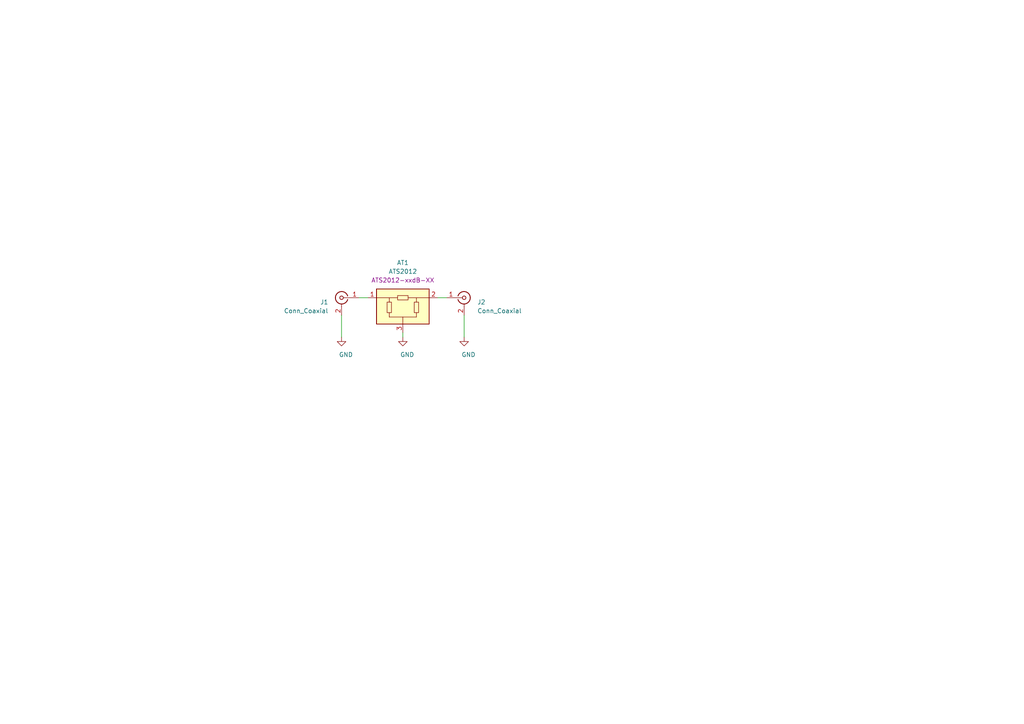
<source format=kicad_sch>
(kicad_sch (version 20201015) (generator eeschema)
  (paper "A4")
  (lib_symbols
    (symbol "Connector:Conn_Coaxial" (pin_names (offset 1.016) hide)
      (property "Reference" "J" (at 0.254 3.048 0))
      (property "Value" "Conn_Coaxial" (at 2.921 0 90))
      (symbol "Conn_Coaxial_0_1"
        (arc (start -1.778 0.508) (end 1.778 0) (radius (at -0.0508 0) (length 1.8034) (angles 163.6 0)) (stroke (width 0.254)))
        (arc (start 1.778 0) (end -1.778 -0.508) (radius (at -0.0254 0) (length 1.8034) (angles 0 -163.8)) (stroke (width 0.254)))
        (circle (center 0 0) (radius 0.508) (stroke (width 0.2032)))
        (polyline (pts (xy -2.54 0) (xy -0.508 0)))
        (polyline (pts (xy 0 -2.54) (xy 0 -1.778)))
      )
      (symbol "Conn_Coaxial_1_1"
        (pin passive line (at -5.08 0 0) (length 2.54) (name "In") (number "1"))
        (pin passive line (at 0 -5.08 90) (length 2.54) (name "Ext") (number "2"))
      )
    )
    (symbol "jtk_rf:ATS2012"
      (property "Reference" "AT" (at -8.89 7.62 0))
      (property "Value" "ATS2012" (at -6.35 5.08 0))
      (property "mpn" "ATS2012-xxdB-XX" (at -3.81 12.7 0))
      (symbol "ATS2012_0_1"
        (rectangle (start -7.62 2.54) (end 7.62 -7.62) (stroke (width 0.254)) (fill (type background)))
        (polyline (pts (xy -3.937 -5.588) (xy 3.937 -5.588)))
        (polyline (pts (xy -3.937 -1.27) (xy -3.937 0)))
        (polyline (pts (xy -1.524 0) (xy -7.62 0)))
        (polyline (pts (xy 0 -7.62) (xy 0 -5.588)))
        (polyline (pts (xy 3.937 -1.27) (xy 3.937 0)))
        (pin passive line (at 0 -10.16 90) (length 2.54) (name "~") (number "3"))
      )
      (symbol "ATS2012_1_1"
        (rectangle (start -4.572 -4.318) (end -3.302 -1.27))
        (rectangle (start -1.524 0.635) (end 1.524 -0.635))
        (rectangle (start 3.302 -4.318) (end 4.572 -1.27))
        (polyline (pts (xy -3.937 -5.588) (xy -3.937 -4.318)))
        (polyline (pts (xy 3.937 -5.588) (xy 3.937 -4.318)))
        (polyline (pts (xy 7.62 0) (xy 1.524 0)))
        (pin passive line (at -10.16 0 0) (length 2.54) (name "~") (number "1"))
        (pin passive line (at 10.16 0 180) (length 2.54) (name "~") (number "2"))
      )
    )
    (symbol "power:GND" (power) (pin_names (offset 0))
      (property "Value" "GND" (at 0 -3.81 0))
      (symbol "GND_0_1"
        (polyline (pts (xy 0 0) (xy 0 -1.27) (xy 1.27 -1.27) (xy 0 -2.54) (xy -1.27 -1.27) (xy 0 -1.27)))
      )
      (symbol "GND_1_1"
        (pin power_in line (at 0 0 270) (length 0) hide (name "GND") (number "1"))
      )
    )
  )
  (wire (pts (xy 99.06 91.44) (xy 99.06 97.79)))
  (wire (pts (xy 104.14 86.36) (xy 106.68 86.36)))
  (wire (pts (xy 116.84 96.52) (xy 116.84 97.79)))
  (wire (pts (xy 127 86.36) (xy 129.54 86.36)))
  (wire (pts (xy 134.62 91.44) (xy 134.62 97.79)))
  (symbol (lib_id "power:GND") (at 99.06 97.79 0) (unit 1)
    (property "Reference" "#PWR01" (effects hide))
    (property "Value" "GND" (at 100.33 102.87 0))
  )
  (symbol (lib_id "power:GND") (at 116.84 97.79 0) (unit 1)
    (property "Reference" "#PWR02" (effects hide))
    (property "Value" "GND" (at 118.11 102.87 0))
  )
  (symbol (lib_id "power:GND") (at 134.62 97.79 0) (unit 1)
    (property "Reference" "#PWR03" (effects hide))
    (property "Value" "GND" (at 135.89 102.87 0))
  )
  (symbol (lib_id "Connector:Conn_Coaxial") (at 99.06 86.36 0) (mirror y) (unit 1)
    (property "Reference" "J1" (at 95.25 87.63 0) (effects (justify left)))
    (property "Value" "Conn_Coaxial" (at 95.25 90.17 0) (effects (justify left)))
    (property "Footprint" "jtk_rf_footprints:sw_edge_oshpark_4layer" (effects hide))
    (property "Datasheet" " ~" (effects hide))
  )
  (symbol (lib_id "Connector:Conn_Coaxial") (at 134.62 86.36 0) (unit 1)
    (property "Reference" "J2" (at 138.43 87.63 0) (effects (justify left)))
    (property "Value" "Conn_Coaxial" (at 138.43 90.17 0) (effects (justify left)))
    (property "Footprint" "jtk_rf_footprints:sw_edge_oshpark_4layer" (effects hide))
    (property "Datasheet" " ~" (effects hide))
  )
  (symbol (lib_id "jtk_rf:ATS2012") (at 116.84 86.36 0) (unit 1)
    (property "Reference" "AT1" (at 116.84 76.2 0))
    (property "Value" "ATS2012" (at 116.84 78.74 0))
    (property "Footprint" "jtk_rf_footprints:ATS2012" (effects hide))
    (property "Datasheet" "https://www.susumu.co.jp/common/pdf/n_catalog_partition37_en.pdf?v=20180406" (effects hide))
    (property "mpn" "ATS2012-xxdB-XX" (at 116.84 81.28 0))
  )
)
</source>
